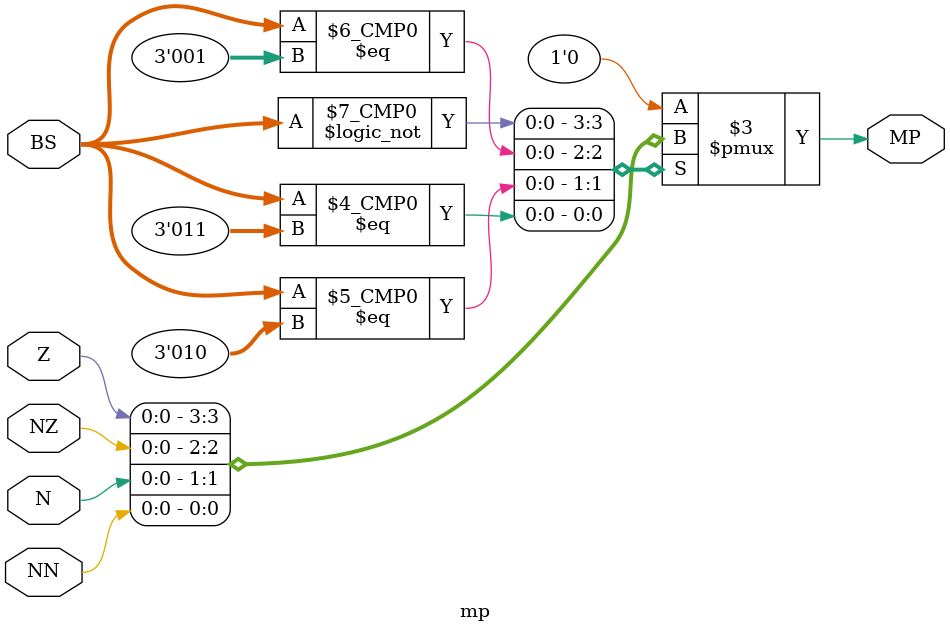
<source format=v>
module mp(Z, NZ, N, NN, BS, MP);
	input Z;
	input NZ;
	input N;
	input NN;
	input [2:0] BS;
	output MP;
	reg MP;
	always@(*) begin
		case(BS)
			3'd0: begin
				MP = Z;
			end
			3'd1: begin
				MP = NZ;
			end
			3'd2: begin
				MP = N;
			end
			3'd3: begin
				MP = NN;
			end
			default: begin
				MP = 1'b0;
			end
	endcase
	end
endmodule
</source>
